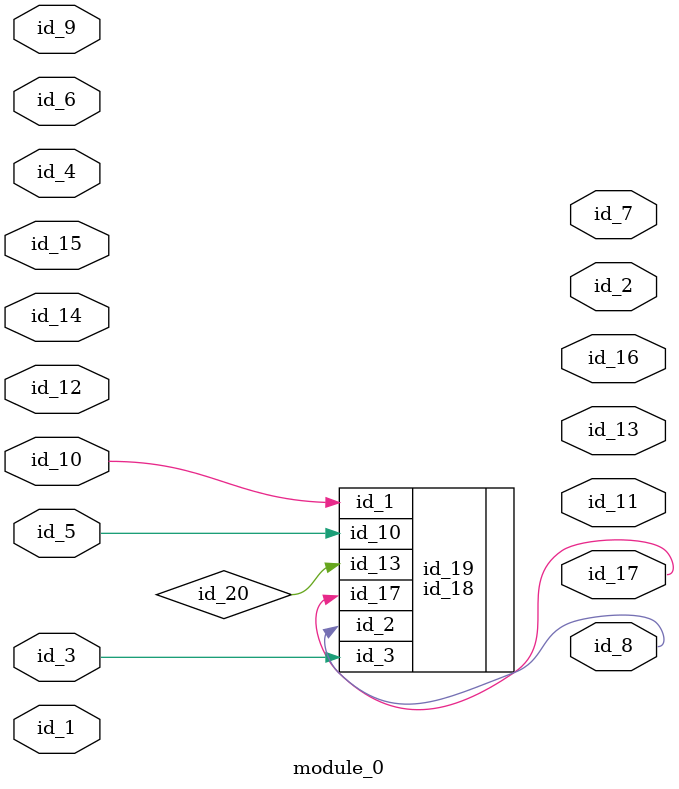
<source format=v>
module module_0 (
    id_1,
    id_2,
    id_3,
    id_4,
    id_5,
    id_6,
    id_7,
    id_8,
    id_9,
    id_10,
    id_11,
    id_12,
    id_13,
    id_14,
    id_15,
    id_16,
    id_17
);
  output id_17;
  output id_16;
  input id_15;
  input id_14;
  output id_13;
  input id_12;
  output id_11;
  input id_10;
  input id_9;
  output id_8;
  output id_7;
  input id_6;
  input id_5;
  input id_4;
  input id_3;
  output id_2;
  input id_1;
  id_18 id_19 (
      .id_2 (id_8),
      .id_1 (id_10),
      .id_3 (id_3),
      .id_10(id_10),
      .id_10(id_5),
      .id_17(id_17),
      .id_13(id_20)
  );
endmodule

</source>
